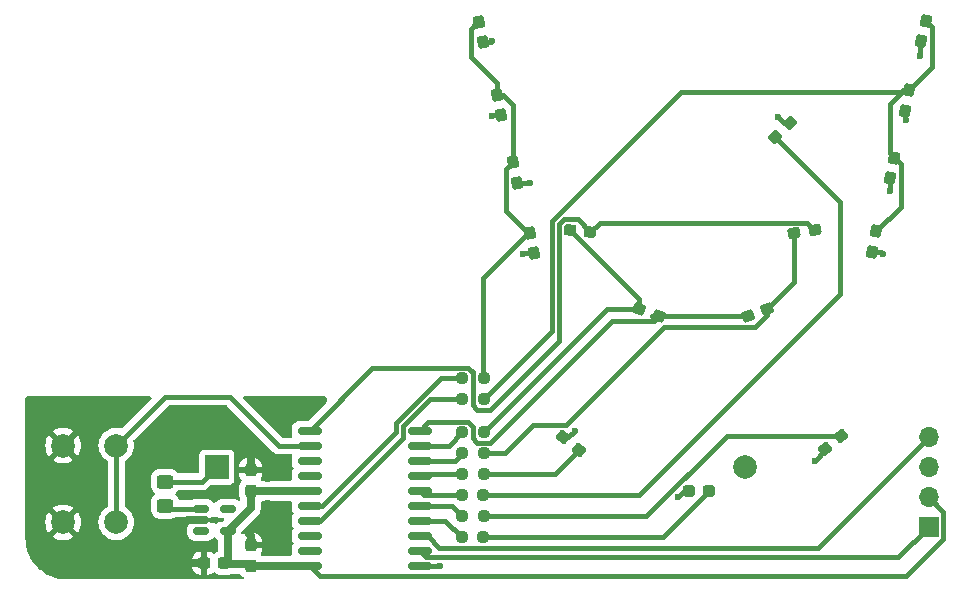
<source format=gbr>
%TF.GenerationSoftware,KiCad,Pcbnew,8.0.6*%
%TF.CreationDate,2024-12-16T19:53:59-05:00*%
%TF.ProjectId,nametag,6e616d65-7461-4672-9e6b-696361645f70,rev?*%
%TF.SameCoordinates,Original*%
%TF.FileFunction,Copper,L1,Top*%
%TF.FilePolarity,Positive*%
%FSLAX46Y46*%
G04 Gerber Fmt 4.6, Leading zero omitted, Abs format (unit mm)*
G04 Created by KiCad (PCBNEW 8.0.6) date 2024-12-16 19:53:59*
%MOMM*%
%LPD*%
G01*
G04 APERTURE LIST*
G04 Aperture macros list*
%AMRoundRect*
0 Rectangle with rounded corners*
0 $1 Rounding radius*
0 $2 $3 $4 $5 $6 $7 $8 $9 X,Y pos of 4 corners*
0 Add a 4 corners polygon primitive as box body*
4,1,4,$2,$3,$4,$5,$6,$7,$8,$9,$2,$3,0*
0 Add four circle primitives for the rounded corners*
1,1,$1+$1,$2,$3*
1,1,$1+$1,$4,$5*
1,1,$1+$1,$6,$7*
1,1,$1+$1,$8,$9*
0 Add four rect primitives between the rounded corners*
20,1,$1+$1,$2,$3,$4,$5,0*
20,1,$1+$1,$4,$5,$6,$7,0*
20,1,$1+$1,$6,$7,$8,$9,0*
20,1,$1+$1,$8,$9,$2,$3,0*%
G04 Aperture macros list end*
%TA.AperFunction,SMDPad,CuDef*%
%ADD10RoundRect,0.150000X0.875000X0.150000X-0.875000X0.150000X-0.875000X-0.150000X0.875000X-0.150000X0*%
%TD*%
%TA.AperFunction,SMDPad,CuDef*%
%ADD11RoundRect,0.237500X0.172535X-0.330596X0.292085X0.231838X-0.172535X0.330596X-0.292085X-0.231838X0*%
%TD*%
%TA.AperFunction,SMDPad,CuDef*%
%ADD12RoundRect,0.237500X-0.250000X-0.237500X0.250000X-0.237500X0.250000X0.237500X-0.250000X0.237500X0*%
%TD*%
%TA.AperFunction,SMDPad,CuDef*%
%ADD13RoundRect,0.237500X0.351391X0.124846X-0.188932X0.321508X-0.351391X-0.124846X0.188932X-0.321508X0*%
%TD*%
%TA.AperFunction,SMDPad,CuDef*%
%ADD14RoundRect,0.237500X0.292085X-0.231838X0.172535X0.330596X-0.292085X0.231838X-0.172535X-0.330596X0*%
%TD*%
%TA.AperFunction,SMDPad,CuDef*%
%ADD15RoundRect,0.150000X-0.512500X-0.150000X0.512500X-0.150000X0.512500X0.150000X-0.512500X0.150000X0*%
%TD*%
%TA.AperFunction,SMDPad,CuDef*%
%ADD16RoundRect,0.237500X0.237500X-0.300000X0.237500X0.300000X-0.237500X0.300000X-0.237500X-0.300000X0*%
%TD*%
%TA.AperFunction,SMDPad,CuDef*%
%ADD17RoundRect,0.237500X0.035355X0.371231X-0.371231X-0.035355X-0.035355X-0.371231X0.371231X0.035355X0*%
%TD*%
%TA.AperFunction,SMDPad,CuDef*%
%ADD18RoundRect,0.237500X-0.067576X-0.366737X0.372900X0.002866X0.067576X0.366737X-0.372900X-0.002866X0*%
%TD*%
%TA.AperFunction,SMDPad,CuDef*%
%ADD19RoundRect,0.237500X0.300000X0.237500X-0.300000X0.237500X-0.300000X-0.237500X0.300000X-0.237500X0*%
%TD*%
%TA.AperFunction,SMDPad,CuDef*%
%ADD20RoundRect,0.237500X-0.287500X-0.237500X0.287500X-0.237500X0.287500X0.237500X-0.287500X0.237500X0*%
%TD*%
%TA.AperFunction,ComponentPad*%
%ADD21C,2.000000*%
%TD*%
%TA.AperFunction,SMDPad,CuDef*%
%ADD22RoundRect,0.237500X0.307105X0.211539X-0.265706X0.261654X-0.307105X-0.211539X0.265706X-0.261654X0*%
%TD*%
%TA.AperFunction,SMDPad,CuDef*%
%ADD23RoundRect,0.250000X-0.450000X0.325000X-0.450000X-0.325000X0.450000X-0.325000X0.450000X0.325000X0*%
%TD*%
%TA.AperFunction,SMDPad,CuDef*%
%ADD24RoundRect,0.237500X-0.372900X0.002866X0.067576X-0.366737X0.372900X-0.002866X-0.067576X0.366737X0*%
%TD*%
%TA.AperFunction,SMDPad,CuDef*%
%ADD25RoundRect,0.237500X0.241891X0.283816X-0.324374X0.183968X-0.241891X-0.283816X0.324374X-0.183968X0*%
%TD*%
%TA.AperFunction,SMDPad,CuDef*%
%ADD26RoundRect,0.237500X-0.188932X-0.321508X0.351391X-0.124846X0.188932X0.321508X-0.351391X0.124846X0*%
%TD*%
%TA.AperFunction,ComponentPad*%
%ADD27R,1.700000X1.700000*%
%TD*%
%TA.AperFunction,ComponentPad*%
%ADD28O,1.700000X1.700000*%
%TD*%
%TA.AperFunction,ComponentPad*%
%ADD29R,2.000000X2.000000*%
%TD*%
%TA.AperFunction,ViaPad*%
%ADD30C,0.600000*%
%TD*%
%TA.AperFunction,Conductor*%
%ADD31C,0.400000*%
%TD*%
%TA.AperFunction,Conductor*%
%ADD32C,0.700000*%
%TD*%
G04 APERTURE END LIST*
D10*
%TO.P,U2,1,GND*%
%TO.N,GND*%
X73865000Y-93345000D03*
%TO.P,U2,2,PF6(\u002ARESET)*%
%TO.N,/Mcu/UPDI_RSTN*%
X73865000Y-92075000D03*
%TO.P,U2,3,PF7(UPDI)*%
%TO.N,/Mcu/UPDI_PROG*%
X73865000Y-90805000D03*
%TO.P,U2,4,PA0(XTAL1)*%
%TO.N,/Mcu/pwm0*%
X73865000Y-89535000D03*
%TO.P,U2,5,PA1(XTAL2)*%
%TO.N,/Mcu/pwm1*%
X73865000Y-88265000D03*
%TO.P,U2,6,PA2*%
%TO.N,/Mcu/pwm2*%
X73865000Y-86995000D03*
%TO.P,U2,7,PA3*%
%TO.N,/Mcu/pwm3*%
X73865000Y-85725000D03*
%TO.P,U2,8,PA4*%
%TO.N,/Mcu/pwm4*%
X73865000Y-84455000D03*
%TO.P,U2,9,PA5*%
%TO.N,/Mcu/pwm5*%
X73865000Y-83185000D03*
%TO.P,U2,10,PA6*%
%TO.N,/Mcu/cathode0*%
X73865000Y-81915000D03*
%TO.P,U2,11,PA7*%
%TO.N,/Mcu/cathode1*%
X64565000Y-81915000D03*
%TO.P,U2,12,PC1*%
%TO.N,/Mcu/switch*%
X64565000Y-83185000D03*
%TO.P,U2,13,PC2*%
%TO.N,unconnected-(U2-PC2-Pad13)*%
X64565000Y-84455000D03*
%TO.P,U2,14,PC3*%
%TO.N,unconnected-(U2-PC3-Pad14)*%
X64565000Y-85725000D03*
%TO.P,U2,15,VDDIO2*%
%TO.N,+3.3V*%
X64565000Y-86995000D03*
%TO.P,U2,16,PD4*%
%TO.N,/Mcu/pwm6*%
X64565000Y-88265000D03*
%TO.P,U2,17,PD5*%
%TO.N,/Mcu/pwm7*%
X64565000Y-89535000D03*
%TO.P,U2,18,PD6*%
%TO.N,unconnected-(U2-PD6-Pad18)*%
X64565000Y-90805000D03*
%TO.P,U2,19,PD7*%
%TO.N,unconnected-(U2-PD7-Pad19)*%
X64565000Y-92075000D03*
%TO.P,U2,20,VDD*%
%TO.N,+3.3V*%
X64565000Y-93345000D03*
%TD*%
D11*
%TO.P,D8,1,K*%
%TO.N,GND*%
X112158154Y-66735758D03*
%TO.P,D8,2,A*%
%TO.N,Net-(D5-A)*%
X112522000Y-65024000D03*
%TD*%
D12*
%TO.P,R5,1*%
%TO.N,/Mcu/pwm3*%
X77470000Y-85598000D03*
%TO.P,R5,2*%
%TO.N,Net-(D14-A)*%
X79295000Y-85598000D03*
%TD*%
D13*
%TO.P,D16,1,K*%
%TO.N,/Mcu/cathode0*%
X94100462Y-72226536D03*
%TO.P,D16,2,A*%
%TO.N,Net-(D12-A)*%
X92456000Y-71628000D03*
%TD*%
D14*
%TO.P,D1,1,K*%
%TO.N,GND*%
X79256246Y-49022000D03*
%TO.P,D1,2,A*%
%TO.N,Net-(D1-A)*%
X78892400Y-47310242D03*
%TD*%
D15*
%TO.P,U3,1,SW*%
%TO.N,Net-(U3-SW)*%
X55352100Y-88508800D03*
%TO.P,U3,2,GND*%
%TO.N,GND*%
X55352100Y-89458800D03*
%TO.P,U3,3,NC*%
%TO.N,unconnected-(U3-NC-Pad3)*%
X55352100Y-90408800D03*
%TO.P,U3,4,VOUT*%
%TO.N,+3.3V*%
X57627100Y-90408800D03*
%TO.P,U3,5,NC*%
%TO.N,unconnected-(U3-NC-Pad5)*%
X57627100Y-88508800D03*
%TD*%
D16*
%TO.P,C2,1*%
%TO.N,+3.3V*%
X59570000Y-93345000D03*
%TO.P,C2,2*%
%TO.N,GND*%
X59570000Y-91620000D03*
%TD*%
D17*
%TO.P,D9,1,K*%
%TO.N,GND*%
X105215918Y-55820082D03*
%TO.P,D9,2,A*%
%TO.N,Net-(D9-A)*%
X103978482Y-57057518D03*
%TD*%
D11*
%TO.P,D7,1,K*%
%TO.N,GND*%
X113682154Y-60512758D03*
%TO.P,D7,2,A*%
%TO.N,Net-(D5-A)*%
X114046000Y-58801000D03*
%TD*%
D18*
%TO.P,D13,1,K*%
%TO.N,GND*%
X108204000Y-83439000D03*
%TO.P,D13,2,A*%
%TO.N,Net-(D13-A)*%
X109544578Y-82314122D03*
%TD*%
D19*
%TO.P,C1,1*%
%TO.N,+3.3V*%
X57352100Y-93116400D03*
%TO.P,C1,2*%
%TO.N,GND*%
X55627100Y-93116400D03*
%TD*%
D20*
%TO.P,D10,1,K*%
%TO.N,GND*%
X96661000Y-86995000D03*
%TO.P,D10,2,A*%
%TO.N,Net-(D10-A)*%
X98411000Y-86995000D03*
%TD*%
D11*
%TO.P,D6,1,K*%
%TO.N,GND*%
X114952154Y-54797758D03*
%TO.P,D6,2,A*%
%TO.N,Net-(D5-A)*%
X115316000Y-53086000D03*
%TD*%
%TO.P,D5,1,K*%
%TO.N,GND*%
X116353277Y-48912679D03*
%TO.P,D5,2,A*%
%TO.N,Net-(D5-A)*%
X116717123Y-47200921D03*
%TD*%
D12*
%TO.P,R8,1*%
%TO.N,/Mcu/pwm1*%
X77470000Y-89154000D03*
%TO.P,R8,2*%
%TO.N,Net-(D13-A)*%
X79295000Y-89154000D03*
%TD*%
D21*
%TO.P,SW1,1,A*%
%TO.N,/Mcu/switch*%
X48188000Y-83162000D03*
X48188000Y-89662000D03*
%TO.P,SW1,2,B*%
%TO.N,GND*%
X43688000Y-83162000D03*
X43688000Y-89662000D03*
%TD*%
D22*
%TO.P,D12,1,K*%
%TO.N,/Mcu/cathode1*%
X88341550Y-65045338D03*
%TO.P,D12,2,A*%
%TO.N,Net-(D12-A)*%
X86598208Y-64892816D03*
%TD*%
D14*
%TO.P,D3,1,K*%
%TO.N,GND*%
X82151846Y-60893758D03*
%TO.P,D3,2,A*%
%TO.N,Net-(D1-A)*%
X81788000Y-59182000D03*
%TD*%
%TO.P,D4,1,K*%
%TO.N,GND*%
X83566000Y-66852800D03*
%TO.P,D4,2,A*%
%TO.N,Net-(D1-A)*%
X83202154Y-65141042D03*
%TD*%
%TO.P,D2,1,K*%
%TO.N,GND*%
X80772000Y-55178758D03*
%TO.P,D2,2,A*%
%TO.N,Net-(D1-A)*%
X80408154Y-53467000D03*
%TD*%
D23*
%TO.P,L1,1,1*%
%TO.N,Net-(BT1-+)*%
X52324000Y-86215000D03*
%TO.P,L1,2,2*%
%TO.N,Net-(U3-SW)*%
X52324000Y-88265000D03*
%TD*%
D12*
%TO.P,R6,1*%
%TO.N,/Mcu/pwm5*%
X77470000Y-82042000D03*
%TO.P,R6,2*%
%TO.N,Net-(D12-A)*%
X79295000Y-82042000D03*
%TD*%
D24*
%TO.P,D14,1,K*%
%TO.N,GND*%
X86035422Y-82441122D03*
%TO.P,D14,2,A*%
%TO.N,Net-(D14-A)*%
X87376000Y-83566000D03*
%TD*%
D12*
%TO.P,R7,1*%
%TO.N,/Mcu/pwm2*%
X77423000Y-87376000D03*
%TO.P,R7,2*%
%TO.N,Net-(D9-A)*%
X79248000Y-87376000D03*
%TD*%
D25*
%TO.P,D11,1,K*%
%TO.N,/Mcu/cathode1*%
X107315000Y-64897000D03*
%TO.P,D11,2,A*%
%TO.N,Net-(D11-A)*%
X105591586Y-65200884D03*
%TD*%
D26*
%TO.P,D15,1,K*%
%TO.N,/Mcu/cathode0*%
X101680769Y-72181267D03*
%TO.P,D15,2,A*%
%TO.N,Net-(D11-A)*%
X103325231Y-71582733D03*
%TD*%
D12*
%TO.P,R1,1*%
%TO.N,/Mcu/pwm6*%
X77470000Y-77470000D03*
%TO.P,R1,2*%
%TO.N,Net-(D1-A)*%
X79295000Y-77470000D03*
%TD*%
%TO.P,R2,1*%
%TO.N,/Mcu/pwm7*%
X77470000Y-79248000D03*
%TO.P,R2,2*%
%TO.N,Net-(D5-A)*%
X79295000Y-79248000D03*
%TD*%
%TO.P,R4,1*%
%TO.N,/Mcu/pwm0*%
X77423000Y-90932000D03*
%TO.P,R4,2*%
%TO.N,Net-(D10-A)*%
X79248000Y-90932000D03*
%TD*%
%TO.P,R3,1*%
%TO.N,/Mcu/pwm4*%
X77470000Y-83820000D03*
%TO.P,R3,2*%
%TO.N,Net-(D11-A)*%
X79295000Y-83820000D03*
%TD*%
D16*
%TO.P,C3,1*%
%TO.N,+3.3V*%
X59570000Y-86995000D03*
%TO.P,C3,2*%
%TO.N,GND*%
X59570000Y-85270000D03*
%TD*%
D27*
%TO.P,J1,1,Pin_1*%
%TO.N,/Mcu/UPDI_RSTN*%
X116967000Y-90043000D03*
D28*
%TO.P,J1,2,Pin_2*%
%TO.N,+3.3V*%
X116967000Y-87503000D03*
%TO.P,J1,3,Pin_3*%
%TO.N,GND*%
X116967000Y-84963000D03*
%TO.P,J1,4,Pin_4*%
%TO.N,/Mcu/UPDI_PROG*%
X116967000Y-82423000D03*
%TD*%
D29*
%TO.P,BT1,1,+*%
%TO.N,Net-(BT1-+)*%
X56700000Y-85000000D03*
D21*
%TO.P,BT1,2,-*%
%TO.N,GND*%
X101400000Y-85000000D03*
%TD*%
D30*
%TO.N,GND*%
X115062000Y-55626000D03*
X116205000Y-50165000D03*
X61000000Y-80000000D03*
X61000000Y-92000000D03*
X61000000Y-86000000D03*
X61000000Y-88000000D03*
X51000000Y-83000000D03*
X86995000Y-81915000D03*
X95769260Y-87514260D03*
X63000000Y-80000000D03*
X75565000Y-93345000D03*
X80010000Y-55245000D03*
X107315000Y-84455000D03*
X52000000Y-92000000D03*
X80010000Y-48895000D03*
X82651600Y-66954400D03*
X54203600Y-89509600D03*
X83185000Y-60960000D03*
X50000000Y-86000000D03*
X54610000Y-93000000D03*
X57000000Y-81000000D03*
X104241600Y-55321200D03*
X53000000Y-81000000D03*
X61000000Y-84000000D03*
X50000000Y-90000000D03*
X113665000Y-61595000D03*
X113131600Y-66903600D03*
%TD*%
D31*
%TO.N,Net-(BT1-+)*%
X55485000Y-86215000D02*
X56700000Y-85000000D01*
X52324000Y-86215000D02*
X55485000Y-86215000D01*
%TO.N,GND*%
X113682154Y-60512758D02*
X113682154Y-61577846D01*
D32*
X55627100Y-93116400D02*
X54660800Y-93116400D01*
D31*
X112158154Y-66735758D02*
X112963758Y-66735758D01*
X80772000Y-55178758D02*
X80076242Y-55178758D01*
X114952154Y-54797758D02*
X114952154Y-55516154D01*
D32*
X59570000Y-84194000D02*
X59690000Y-84074000D01*
D31*
X114952154Y-55516154D02*
X115062000Y-55626000D01*
X96288520Y-86995000D02*
X95769260Y-87514260D01*
X113682154Y-61577846D02*
X113665000Y-61595000D01*
X105215918Y-55820082D02*
X104740482Y-55820082D01*
D32*
X59570000Y-91620000D02*
X59570000Y-90812000D01*
D31*
X79121000Y-49022000D02*
X79883000Y-49022000D01*
X108204000Y-83566000D02*
X107315000Y-84455000D01*
X82151846Y-60893758D02*
X83118758Y-60893758D01*
X96661000Y-86995000D02*
X96288520Y-86995000D01*
X86468878Y-82441122D02*
X86995000Y-81915000D01*
D32*
X54254400Y-89458800D02*
X54203600Y-89509600D01*
D31*
X80076242Y-55178758D02*
X80010000Y-55245000D01*
X86035422Y-82441122D02*
X86468878Y-82441122D01*
D32*
X59570000Y-90812000D02*
X59436000Y-90678000D01*
D31*
X82753200Y-66852800D02*
X82651600Y-66954400D01*
X79883000Y-49022000D02*
X80010000Y-48895000D01*
D32*
X55352100Y-89458800D02*
X54254400Y-89458800D01*
D31*
X112963758Y-66735758D02*
X113131600Y-66903600D01*
X83118758Y-60893758D02*
X83185000Y-60960000D01*
X104740482Y-55820082D02*
X104241600Y-55321200D01*
X108204000Y-83439000D02*
X108204000Y-83566000D01*
X83566000Y-66852800D02*
X82753200Y-66852800D01*
X73865000Y-93345000D02*
X75565000Y-93345000D01*
D32*
X59570000Y-85270000D02*
X59570000Y-84194000D01*
D31*
X116205000Y-48895000D02*
X116205000Y-50165000D01*
D32*
%TO.N,+3.3V*%
X57627100Y-92817900D02*
X57227000Y-93218000D01*
D31*
X118217000Y-88753000D02*
X118217000Y-91079000D01*
X115062000Y-94234000D02*
X65454000Y-94234000D01*
D32*
X57627100Y-90408800D02*
X59570000Y-88465900D01*
D31*
X118217000Y-91079000D02*
X115062000Y-94234000D01*
D32*
X57627100Y-90408800D02*
X57627100Y-92817900D01*
X59570000Y-88465900D02*
X59570000Y-86995000D01*
X59570000Y-86995000D02*
X64565000Y-86995000D01*
X57227000Y-93218000D02*
X59443000Y-93218000D01*
X59443000Y-93218000D02*
X59570000Y-93345000D01*
D31*
X65454000Y-94234000D02*
X64565000Y-93345000D01*
X116967000Y-87503000D02*
X118217000Y-88753000D01*
D32*
X59570000Y-93345000D02*
X64565000Y-93345000D01*
D31*
%TO.N,Net-(D1-A)*%
X80893766Y-53467000D02*
X80408154Y-53467000D01*
X81788000Y-59182000D02*
X81788000Y-54361234D01*
X79215642Y-68993358D02*
X79215642Y-77390642D01*
X79215642Y-77390642D02*
X79295000Y-77470000D01*
X80408154Y-53467000D02*
X80408154Y-52468154D01*
X80408154Y-52468154D02*
X78190817Y-50250817D01*
X81221663Y-63314663D02*
X83058000Y-65151000D01*
X81221663Y-59748337D02*
X81221663Y-63314663D01*
X79215642Y-68993358D02*
X83058000Y-65151000D01*
X81788000Y-54361234D02*
X80893766Y-53467000D01*
X78190817Y-50250817D02*
X78190817Y-47876579D01*
X78190817Y-47876579D02*
X78757154Y-47310242D01*
X81788000Y-59182000D02*
X81221663Y-59748337D01*
%TO.N,/Mcu/pwm6*%
X65589999Y-88265000D02*
X71840000Y-82014999D01*
X75654498Y-77470000D02*
X77470000Y-77470000D01*
X64565000Y-88265000D02*
X65589999Y-88265000D01*
X71840000Y-81284498D02*
X75654498Y-77470000D01*
X71840000Y-82014999D02*
X71840000Y-81284498D01*
%TO.N,/Mcu/pwm7*%
X72440000Y-81533026D02*
X72440000Y-82500000D01*
X65405000Y-89535000D02*
X64565000Y-89535000D01*
X74725026Y-79248000D02*
X72440000Y-81533026D01*
X77470000Y-79248000D02*
X74725026Y-79248000D01*
X72440000Y-82500000D02*
X65405000Y-89535000D01*
%TO.N,/Mcu/pwm0*%
X77423000Y-90932000D02*
X76026000Y-89535000D01*
X76026000Y-89535000D02*
X73865000Y-89535000D01*
%TO.N,Net-(D10-A)*%
X98411000Y-86995000D02*
X94474000Y-90932000D01*
X94474000Y-90932000D02*
X79248000Y-90932000D01*
%TO.N,/Mcu/pwm1*%
X77470000Y-89154000D02*
X76581000Y-88265000D01*
X76581000Y-88265000D02*
X73865000Y-88265000D01*
%TO.N,/Mcu/pwm2*%
X77423000Y-87376000D02*
X74246000Y-87376000D01*
X74246000Y-87376000D02*
X73865000Y-86995000D01*
%TO.N,/Mcu/pwm3*%
X77470000Y-85598000D02*
X73992000Y-85598000D01*
X73992000Y-85598000D02*
X73865000Y-85725000D01*
%TO.N,/Mcu/pwm4*%
X77470000Y-83820000D02*
X76835000Y-84455000D01*
X76835000Y-84455000D02*
X73865000Y-84455000D01*
%TO.N,Net-(D13-A)*%
X93068858Y-89154000D02*
X99908736Y-82314122D01*
X79295000Y-89154000D02*
X93068858Y-89154000D01*
X99908736Y-82314122D02*
X109544578Y-82314122D01*
%TO.N,/Mcu/pwm5*%
X77470000Y-82042000D02*
X76327000Y-83185000D01*
X76327000Y-83185000D02*
X73865000Y-83185000D01*
%TO.N,/Mcu/UPDI_RSTN*%
X114415000Y-92595000D02*
X74385000Y-92595000D01*
X74385000Y-92595000D02*
X73865000Y-92075000D01*
X116967000Y-90043000D02*
X114415000Y-92595000D01*
%TO.N,/Mcu/UPDI_PROG*%
X74549000Y-90805000D02*
X73865000Y-90805000D01*
X116967000Y-82423000D02*
X107583000Y-91807000D01*
X75551000Y-91807000D02*
X74549000Y-90805000D01*
X107583000Y-91807000D02*
X75551000Y-91807000D01*
%TO.N,/Mcu/cathode0*%
X94100462Y-72226536D02*
X93735568Y-72591430D01*
X78774358Y-82917000D02*
X78407500Y-82550142D01*
X78407500Y-82550142D02*
X78407500Y-81583858D01*
X101635500Y-72226536D02*
X101680769Y-72181267D01*
X74613000Y-81167000D02*
X73865000Y-81915000D01*
X93735568Y-72591430D02*
X90141212Y-72591430D01*
X90141212Y-72591430D02*
X79815642Y-82917000D01*
X78407500Y-81583858D02*
X77990642Y-81167000D01*
X79815642Y-82917000D02*
X78774358Y-82917000D01*
X94100462Y-72226536D02*
X101635500Y-72226536D01*
X77990642Y-81167000D02*
X74613000Y-81167000D01*
X93541769Y-72226536D02*
X94100462Y-72226536D01*
%TO.N,/Mcu/cathode1*%
X78167821Y-76772179D02*
X78357500Y-76961858D01*
X78357500Y-79756000D02*
X78724500Y-80123000D01*
X86064298Y-63992527D02*
X87288739Y-63992527D01*
X69885000Y-76595000D02*
X77990642Y-76595000D01*
X89107774Y-64279114D02*
X106697114Y-64279114D01*
X106697114Y-64279114D02*
X107315000Y-64897000D01*
X64565000Y-81915000D02*
X69885000Y-76595000D01*
X77990642Y-76595000D02*
X78167821Y-76772179D01*
X85652468Y-64404357D02*
X86064298Y-63992527D01*
X87288739Y-63992527D02*
X88341550Y-65045338D01*
X88341550Y-65045338D02*
X89107774Y-64279114D01*
X85652468Y-74286174D02*
X85652468Y-64404357D01*
X78724500Y-80123000D02*
X79815642Y-80123000D01*
X78357500Y-76961858D02*
X78357500Y-79756000D01*
X79815642Y-80123000D02*
X85652468Y-74286174D01*
%TO.N,/Mcu/switch*%
X64565000Y-83185000D02*
X61945001Y-83185000D01*
X48188000Y-83162000D02*
X48188000Y-89662000D01*
X52305200Y-79044800D02*
X48188000Y-83162000D01*
X48211000Y-83185000D02*
X48188000Y-83162000D01*
X57804801Y-79044800D02*
X52305200Y-79044800D01*
X61945001Y-83185000D02*
X57804801Y-79044800D01*
%TO.N,Net-(D5-A)*%
X114612337Y-62933663D02*
X112522000Y-65024000D01*
X115316000Y-53086000D02*
X117283460Y-51118540D01*
X114830388Y-53086000D02*
X114692194Y-53224194D01*
X114046000Y-58801000D02*
X114612337Y-59367337D01*
X85052468Y-73490532D02*
X85052468Y-64155829D01*
X117283460Y-51118540D02*
X117283460Y-47767258D01*
X114612337Y-59367337D02*
X114612337Y-62933663D01*
X85052468Y-64155829D02*
X95984103Y-53224194D01*
X113665000Y-54251388D02*
X113665000Y-58420000D01*
X115316000Y-53086000D02*
X114830388Y-53086000D01*
X95984103Y-53224194D02*
X114692194Y-53224194D01*
X114692194Y-53224194D02*
X113665000Y-54251388D01*
X117283460Y-47767258D02*
X116717123Y-47200921D01*
X79295000Y-79248000D02*
X85052468Y-73490532D01*
X113665000Y-58420000D02*
X114046000Y-58801000D01*
%TO.N,Net-(D9-A)*%
X79248000Y-87376000D02*
X92456000Y-87376000D01*
X109474000Y-62553036D02*
X103978482Y-57057518D01*
X109474000Y-70358000D02*
X109474000Y-62553036D01*
X92456000Y-87376000D02*
X109474000Y-70358000D01*
%TO.N,Net-(D11-A)*%
X81112528Y-83820000D02*
X83499374Y-81433154D01*
X103325231Y-72088217D02*
X103325231Y-71582733D01*
X105591586Y-69316378D02*
X105591586Y-65200884D01*
X94581809Y-73152000D02*
X102261448Y-73152000D01*
X79295000Y-83820000D02*
X81112528Y-83820000D01*
X103325231Y-71582733D02*
X105591586Y-69316378D01*
X102261448Y-73152000D02*
X103325231Y-72088217D01*
X83499374Y-81433154D02*
X86300655Y-81433154D01*
X86300655Y-81433154D02*
X94581809Y-73152000D01*
%TO.N,Net-(D12-A)*%
X92456000Y-70750608D02*
X86598208Y-64892816D01*
X92456000Y-71628000D02*
X92456000Y-70750608D01*
X89709000Y-71628000D02*
X79295000Y-82042000D01*
X92456000Y-71628000D02*
X89709000Y-71628000D01*
%TO.N,Net-(D14-A)*%
X87376000Y-83566000D02*
X85344000Y-85598000D01*
X85344000Y-85598000D02*
X79295000Y-85598000D01*
%TO.N,Net-(U3-SW)*%
X52567800Y-88508800D02*
X52324000Y-88265000D01*
X55352100Y-88508800D02*
X52567800Y-88508800D01*
%TD*%
%TA.AperFunction,Conductor*%
%TO.N,GND*%
G36*
X51127020Y-79019685D02*
G01*
X51172775Y-79072489D01*
X51182719Y-79141647D01*
X51153694Y-79205203D01*
X51147662Y-79211681D01*
X48686269Y-81673072D01*
X48624946Y-81706557D01*
X48562774Y-81702935D01*
X48562584Y-81703687D01*
X48558672Y-81702696D01*
X48558340Y-81702677D01*
X48557619Y-81702429D01*
X48312335Y-81661500D01*
X48063665Y-81661500D01*
X47818383Y-81702429D01*
X47583197Y-81783169D01*
X47583188Y-81783172D01*
X47364493Y-81901524D01*
X47168257Y-82054261D01*
X46999833Y-82237217D01*
X46863826Y-82445393D01*
X46763936Y-82673118D01*
X46702892Y-82914175D01*
X46702890Y-82914187D01*
X46682357Y-83161994D01*
X46682357Y-83162005D01*
X46702890Y-83409812D01*
X46702892Y-83409824D01*
X46763936Y-83650881D01*
X46863826Y-83878606D01*
X46999833Y-84086782D01*
X46999836Y-84086785D01*
X47168256Y-84269738D01*
X47203348Y-84297051D01*
X47364488Y-84422472D01*
X47364493Y-84422475D01*
X47422517Y-84453876D01*
X47472108Y-84503095D01*
X47487500Y-84562931D01*
X47487500Y-88261069D01*
X47467815Y-88328108D01*
X47422518Y-88370123D01*
X47364497Y-88401522D01*
X47364492Y-88401525D01*
X47364491Y-88401526D01*
X47317128Y-88438390D01*
X47168257Y-88554261D01*
X46999833Y-88737217D01*
X46863826Y-88945393D01*
X46763936Y-89173118D01*
X46702892Y-89414175D01*
X46702890Y-89414187D01*
X46682357Y-89661994D01*
X46682357Y-89662005D01*
X46702890Y-89909812D01*
X46702892Y-89909824D01*
X46763936Y-90150881D01*
X46863826Y-90378606D01*
X46999833Y-90586782D01*
X47026073Y-90615286D01*
X47168256Y-90769738D01*
X47364491Y-90922474D01*
X47364493Y-90922475D01*
X47582332Y-91040364D01*
X47583190Y-91040828D01*
X47702753Y-91081874D01*
X47816964Y-91121083D01*
X47818386Y-91121571D01*
X48063665Y-91162500D01*
X48312335Y-91162500D01*
X48557614Y-91121571D01*
X48792810Y-91040828D01*
X49011509Y-90922474D01*
X49207744Y-90769738D01*
X49376164Y-90586785D01*
X49512173Y-90378607D01*
X49612063Y-90150881D01*
X49673108Y-89909821D01*
X49676304Y-89871254D01*
X49693643Y-89662005D01*
X49693643Y-89661994D01*
X49673109Y-89414187D01*
X49673107Y-89414175D01*
X49612063Y-89173118D01*
X49512173Y-88945393D01*
X49376166Y-88737217D01*
X49319257Y-88675398D01*
X49207744Y-88554262D01*
X49011509Y-88401526D01*
X48953481Y-88370122D01*
X48903891Y-88320904D01*
X48888500Y-88261069D01*
X48888500Y-84562931D01*
X48908185Y-84495892D01*
X48953483Y-84453876D01*
X49011509Y-84422474D01*
X49207744Y-84269738D01*
X49376164Y-84086785D01*
X49512173Y-83878607D01*
X49612063Y-83650881D01*
X49673108Y-83409821D01*
X49673116Y-83409729D01*
X49693643Y-83162005D01*
X49693643Y-83161994D01*
X49673109Y-82914187D01*
X49673108Y-82914184D01*
X49673108Y-82914179D01*
X49640568Y-82785683D01*
X49643193Y-82715863D01*
X49673091Y-82667564D01*
X52559038Y-79781619D01*
X52620361Y-79748134D01*
X52646719Y-79745300D01*
X57463282Y-79745300D01*
X57530321Y-79764985D01*
X57550963Y-79781619D01*
X61498454Y-83729111D01*
X61498455Y-83729112D01*
X61613193Y-83805777D01*
X61740668Y-83858578D01*
X61740673Y-83858580D01*
X61740677Y-83858580D01*
X61740678Y-83858581D01*
X61876004Y-83885500D01*
X61876007Y-83885500D01*
X61876008Y-83885500D01*
X62969327Y-83885500D01*
X63036366Y-83905185D01*
X63082121Y-83957989D01*
X63092065Y-84027147D01*
X63088403Y-84044095D01*
X63042402Y-84202426D01*
X63042401Y-84202432D01*
X63039500Y-84239298D01*
X63039500Y-84670701D01*
X63042401Y-84707567D01*
X63042402Y-84707573D01*
X63088254Y-84865393D01*
X63088255Y-84865396D01*
X63171917Y-85006862D01*
X63176702Y-85013031D01*
X63174256Y-85014927D01*
X63200857Y-85063642D01*
X63195873Y-85133334D01*
X63175069Y-85165703D01*
X63176702Y-85166969D01*
X63171917Y-85173137D01*
X63088255Y-85314603D01*
X63088254Y-85314606D01*
X63042402Y-85472426D01*
X63042401Y-85472432D01*
X63039500Y-85509298D01*
X63039500Y-85940701D01*
X63042401Y-85977567D01*
X63042402Y-85977573D01*
X63044824Y-85985908D01*
X63044623Y-86055778D01*
X63006679Y-86114447D01*
X62943040Y-86143288D01*
X62925747Y-86144500D01*
X60541828Y-86144500D01*
X60474789Y-86124815D01*
X60429034Y-86072011D01*
X60419090Y-86002853D01*
X60436289Y-85955403D01*
X60480451Y-85883805D01*
X60480453Y-85883800D01*
X60534680Y-85720152D01*
X60544999Y-85619154D01*
X60545000Y-85619141D01*
X60545000Y-85520000D01*
X58595001Y-85520000D01*
X58595001Y-85619154D01*
X58605319Y-85720152D01*
X58659546Y-85883800D01*
X58659551Y-85883811D01*
X58750052Y-86030534D01*
X58750055Y-86030538D01*
X58763982Y-86044465D01*
X58797467Y-86105788D01*
X58792483Y-86175480D01*
X58763984Y-86219825D01*
X58749661Y-86234148D01*
X58659093Y-86380981D01*
X58659092Y-86380984D01*
X58604826Y-86544747D01*
X58604826Y-86544748D01*
X58604825Y-86544748D01*
X58594500Y-86645815D01*
X58594500Y-87344169D01*
X58594501Y-87344187D01*
X58604825Y-87445252D01*
X58604826Y-87445255D01*
X58659091Y-87609014D01*
X58687925Y-87655761D01*
X58706365Y-87723154D01*
X58685442Y-87789817D01*
X58631800Y-87834587D01*
X58562470Y-87843248D01*
X58519265Y-87827590D01*
X58486647Y-87808300D01*
X58399998Y-87757056D01*
X58399997Y-87757055D01*
X58399996Y-87757055D01*
X58399993Y-87757054D01*
X58242173Y-87711202D01*
X58242167Y-87711201D01*
X58205301Y-87708300D01*
X58205294Y-87708300D01*
X57048906Y-87708300D01*
X57048898Y-87708300D01*
X57012032Y-87711201D01*
X57012026Y-87711202D01*
X56854206Y-87757054D01*
X56854203Y-87757055D01*
X56712737Y-87840717D01*
X56712729Y-87840723D01*
X56596523Y-87956929D01*
X56596514Y-87956940D01*
X56596329Y-87957255D01*
X56596119Y-87957450D01*
X56591739Y-87963098D01*
X56590827Y-87962391D01*
X56545257Y-88004936D01*
X56476515Y-88017437D01*
X56411927Y-87990788D01*
X56387743Y-87962878D01*
X56387461Y-87963098D01*
X56383423Y-87957892D01*
X56382871Y-87957255D01*
X56382685Y-87956940D01*
X56382676Y-87956929D01*
X56266470Y-87840723D01*
X56266462Y-87840717D01*
X56188281Y-87794481D01*
X56124998Y-87757056D01*
X56124997Y-87757055D01*
X56124996Y-87757055D01*
X56124993Y-87757054D01*
X55967173Y-87711202D01*
X55967167Y-87711201D01*
X55930301Y-87708300D01*
X55930294Y-87708300D01*
X54773906Y-87708300D01*
X54773898Y-87708300D01*
X54737032Y-87711201D01*
X54737026Y-87711202D01*
X54579206Y-87757054D01*
X54579203Y-87757055D01*
X54541555Y-87779320D01*
X54528225Y-87787204D01*
X54521752Y-87791032D01*
X54458631Y-87808300D01*
X53610531Y-87808300D01*
X53543492Y-87788615D01*
X53497737Y-87735811D01*
X53492825Y-87723304D01*
X53470443Y-87655761D01*
X53458814Y-87620666D01*
X53366712Y-87471344D01*
X53242656Y-87347288D01*
X53239819Y-87345538D01*
X53238283Y-87343830D01*
X53236989Y-87342807D01*
X53237163Y-87342585D01*
X53193096Y-87293594D01*
X53181872Y-87224632D01*
X53209713Y-87160549D01*
X53239817Y-87134462D01*
X53242656Y-87132712D01*
X53366712Y-87008656D01*
X53387839Y-86974402D01*
X53439787Y-86927679D01*
X53493378Y-86915500D01*
X55553996Y-86915500D01*
X55645040Y-86897389D01*
X55689328Y-86888580D01*
X55759942Y-86859331D01*
X55816807Y-86835777D01*
X55816808Y-86835776D01*
X55816811Y-86835775D01*
X55931543Y-86759114D01*
X56153839Y-86536816D01*
X56215160Y-86503333D01*
X56241519Y-86500499D01*
X57747871Y-86500499D01*
X57747872Y-86500499D01*
X57807483Y-86494091D01*
X57942331Y-86443796D01*
X58057546Y-86357546D01*
X58143796Y-86242331D01*
X58194091Y-86107483D01*
X58200500Y-86047873D01*
X58200499Y-84920845D01*
X58595000Y-84920845D01*
X58595000Y-85020000D01*
X59320000Y-85020000D01*
X59820000Y-85020000D01*
X60544999Y-85020000D01*
X60544999Y-84920860D01*
X60544998Y-84920845D01*
X60534680Y-84819847D01*
X60480453Y-84656199D01*
X60480448Y-84656188D01*
X60389947Y-84509465D01*
X60389944Y-84509461D01*
X60268038Y-84387555D01*
X60268034Y-84387552D01*
X60121311Y-84297051D01*
X60121300Y-84297046D01*
X59957652Y-84242819D01*
X59856654Y-84232500D01*
X59820000Y-84232500D01*
X59820000Y-85020000D01*
X59320000Y-85020000D01*
X59320000Y-84232500D01*
X59283361Y-84232500D01*
X59283343Y-84232501D01*
X59182347Y-84242819D01*
X59018699Y-84297046D01*
X59018688Y-84297051D01*
X58871965Y-84387552D01*
X58871961Y-84387555D01*
X58750055Y-84509461D01*
X58750052Y-84509465D01*
X58659551Y-84656188D01*
X58659546Y-84656199D01*
X58605319Y-84819847D01*
X58595000Y-84920845D01*
X58200499Y-84920845D01*
X58200499Y-83952128D01*
X58194091Y-83892517D01*
X58188814Y-83878369D01*
X58143797Y-83757671D01*
X58143793Y-83757664D01*
X58057547Y-83642455D01*
X58057544Y-83642452D01*
X57942335Y-83556206D01*
X57942328Y-83556202D01*
X57807482Y-83505908D01*
X57807483Y-83505908D01*
X57747883Y-83499501D01*
X57747881Y-83499500D01*
X57747873Y-83499500D01*
X57747864Y-83499500D01*
X55652129Y-83499500D01*
X55652123Y-83499501D01*
X55592516Y-83505908D01*
X55457671Y-83556202D01*
X55457664Y-83556206D01*
X55342455Y-83642452D01*
X55342452Y-83642455D01*
X55256206Y-83757664D01*
X55256202Y-83757671D01*
X55205908Y-83892517D01*
X55199501Y-83952116D01*
X55199501Y-83952123D01*
X55199500Y-83952135D01*
X55199500Y-85390500D01*
X55179815Y-85457539D01*
X55127011Y-85503294D01*
X55075500Y-85514500D01*
X53493378Y-85514500D01*
X53426339Y-85494815D01*
X53387839Y-85455597D01*
X53366712Y-85421344D01*
X53242656Y-85297288D01*
X53093334Y-85205186D01*
X52926797Y-85150001D01*
X52926795Y-85150000D01*
X52824010Y-85139500D01*
X51823998Y-85139500D01*
X51823980Y-85139501D01*
X51721203Y-85150000D01*
X51721200Y-85150001D01*
X51554668Y-85205185D01*
X51554663Y-85205187D01*
X51405342Y-85297289D01*
X51281289Y-85421342D01*
X51189187Y-85570663D01*
X51189185Y-85570668D01*
X51161349Y-85654670D01*
X51134001Y-85737203D01*
X51134001Y-85737204D01*
X51134000Y-85737204D01*
X51123500Y-85839983D01*
X51123500Y-86590001D01*
X51123501Y-86590019D01*
X51134000Y-86692796D01*
X51134001Y-86692799D01*
X51189185Y-86859331D01*
X51189187Y-86859336D01*
X51281289Y-87008657D01*
X51405346Y-87132714D01*
X51408182Y-87134463D01*
X51409717Y-87136170D01*
X51411011Y-87137193D01*
X51410836Y-87137414D01*
X51454905Y-87186411D01*
X51466126Y-87255374D01*
X51438282Y-87319456D01*
X51408182Y-87345537D01*
X51405346Y-87347285D01*
X51281289Y-87471342D01*
X51189187Y-87620663D01*
X51189185Y-87620668D01*
X51161349Y-87704670D01*
X51134001Y-87787203D01*
X51134001Y-87787204D01*
X51134000Y-87787204D01*
X51123500Y-87889983D01*
X51123500Y-88640001D01*
X51123501Y-88640019D01*
X51134000Y-88742796D01*
X51134001Y-88742799D01*
X51175739Y-88868754D01*
X51189186Y-88909334D01*
X51281288Y-89058656D01*
X51405344Y-89182712D01*
X51554666Y-89274814D01*
X51721203Y-89329999D01*
X51823991Y-89340500D01*
X52824008Y-89340499D01*
X52824016Y-89340498D01*
X52824019Y-89340498D01*
X52880302Y-89334748D01*
X52926797Y-89329999D01*
X53093334Y-89274814D01*
X53169620Y-89227761D01*
X53234716Y-89209300D01*
X54458631Y-89209300D01*
X54521751Y-89226567D01*
X54579202Y-89260544D01*
X54620824Y-89272636D01*
X54737026Y-89306397D01*
X54737029Y-89306397D01*
X54737031Y-89306398D01*
X54773906Y-89309300D01*
X54773914Y-89309300D01*
X55930286Y-89309300D01*
X55930294Y-89309300D01*
X55967169Y-89306398D01*
X55967171Y-89306397D01*
X55967173Y-89306397D01*
X56008791Y-89294305D01*
X56124998Y-89260544D01*
X56183294Y-89226068D01*
X56246415Y-89208800D01*
X56511894Y-89208800D01*
X56536157Y-89182552D01*
X56596118Y-89146685D01*
X56665952Y-89148929D01*
X56705612Y-89173330D01*
X56706569Y-89172098D01*
X56712732Y-89176878D01*
X56712735Y-89176881D01*
X56854202Y-89260544D01*
X56895824Y-89272636D01*
X57012026Y-89306397D01*
X57012029Y-89306397D01*
X57012031Y-89306398D01*
X57048906Y-89309300D01*
X57224449Y-89309300D01*
X57291488Y-89328985D01*
X57337243Y-89381789D01*
X57347187Y-89450947D01*
X57318162Y-89514503D01*
X57312130Y-89520981D01*
X57261130Y-89571981D01*
X57199807Y-89605466D01*
X57173449Y-89608300D01*
X57048898Y-89608300D01*
X57012032Y-89611201D01*
X57012026Y-89611202D01*
X56854206Y-89657054D01*
X56854203Y-89657055D01*
X56712737Y-89740717D01*
X56706569Y-89745502D01*
X56705264Y-89743819D01*
X56653554Y-89772046D01*
X56583863Y-89767051D01*
X56536158Y-89735047D01*
X56511896Y-89708800D01*
X56246415Y-89708800D01*
X56183294Y-89691532D01*
X56133366Y-89662005D01*
X56124998Y-89657056D01*
X56124997Y-89657055D01*
X56124996Y-89657055D01*
X56124993Y-89657054D01*
X55967173Y-89611202D01*
X55967167Y-89611201D01*
X55930301Y-89608300D01*
X55930294Y-89608300D01*
X54773906Y-89608300D01*
X54773898Y-89608300D01*
X54737032Y-89611201D01*
X54737026Y-89611202D01*
X54579206Y-89657054D01*
X54579203Y-89657055D01*
X54520906Y-89691532D01*
X54457785Y-89708800D01*
X54192305Y-89708800D01*
X54192304Y-89708801D01*
X54192499Y-89711288D01*
X54192500Y-89711294D01*
X54238316Y-89868993D01*
X54238320Y-89869003D01*
X54239027Y-89870198D01*
X54239295Y-89871254D01*
X54241416Y-89876156D01*
X54240624Y-89876498D01*
X54256203Y-89937923D01*
X54240593Y-89991084D01*
X54240955Y-89991241D01*
X54239687Y-89994169D01*
X54239027Y-89996420D01*
X54237859Y-89998394D01*
X54237854Y-89998407D01*
X54192002Y-90156226D01*
X54192001Y-90156232D01*
X54189100Y-90193098D01*
X54189100Y-90624501D01*
X54192001Y-90661367D01*
X54192002Y-90661373D01*
X54237854Y-90819193D01*
X54237855Y-90819196D01*
X54321332Y-90960350D01*
X54321518Y-90960664D01*
X54321523Y-90960670D01*
X54437729Y-91076876D01*
X54437733Y-91076879D01*
X54437735Y-91076881D01*
X54579202Y-91160544D01*
X54584214Y-91162000D01*
X54737026Y-91206397D01*
X54737029Y-91206397D01*
X54737031Y-91206398D01*
X54773906Y-91209300D01*
X54773914Y-91209300D01*
X55930286Y-91209300D01*
X55930294Y-91209300D01*
X55967169Y-91206398D01*
X55967171Y-91206397D01*
X55967173Y-91206397D01*
X56008791Y-91194305D01*
X56124998Y-91160544D01*
X56266465Y-91076881D01*
X56382681Y-90960665D01*
X56382867Y-90960349D01*
X56383077Y-90960153D01*
X56387461Y-90954502D01*
X56388372Y-90955209D01*
X56433936Y-90912666D01*
X56502677Y-90900162D01*
X56567267Y-90926806D01*
X56591455Y-90954721D01*
X56591739Y-90954502D01*
X56595779Y-90959711D01*
X56596332Y-90960348D01*
X56596519Y-90960665D01*
X56596521Y-90960667D01*
X56596523Y-90960670D01*
X56712729Y-91076876D01*
X56712731Y-91076877D01*
X56712735Y-91076881D01*
X56715715Y-91078643D01*
X56717574Y-91080634D01*
X56718898Y-91081661D01*
X56718732Y-91081874D01*
X56763400Y-91129705D01*
X56776600Y-91185378D01*
X56776600Y-92112527D01*
X56756915Y-92179566D01*
X56717698Y-92218065D01*
X56591250Y-92296059D01*
X56576925Y-92310384D01*
X56515601Y-92343868D01*
X56445909Y-92338882D01*
X56401565Y-92310382D01*
X56387638Y-92296455D01*
X56387634Y-92296452D01*
X56240911Y-92205951D01*
X56240900Y-92205946D01*
X56077252Y-92151719D01*
X55976254Y-92141400D01*
X55877100Y-92141400D01*
X55877100Y-94091399D01*
X55976240Y-94091399D01*
X55976254Y-94091398D01*
X56077252Y-94081080D01*
X56240900Y-94026853D01*
X56240911Y-94026848D01*
X56387635Y-93936347D01*
X56401560Y-93922421D01*
X56462882Y-93888933D01*
X56532573Y-93893914D01*
X56576927Y-93922417D01*
X56591250Y-93936740D01*
X56738084Y-94027308D01*
X56901847Y-94081574D01*
X57002923Y-94091900D01*
X57701276Y-94091899D01*
X57701284Y-94091898D01*
X57701287Y-94091898D01*
X57724765Y-94089499D01*
X57802353Y-94081574D01*
X57814562Y-94077528D01*
X57822814Y-94074794D01*
X57861817Y-94068500D01*
X58660948Y-94068500D01*
X58727987Y-94088185D01*
X58748629Y-94104819D01*
X58749660Y-94105850D01*
X58871650Y-94227840D01*
X58939941Y-94269962D01*
X58986664Y-94321909D01*
X58997887Y-94390872D01*
X58970043Y-94454954D01*
X58911975Y-94493810D01*
X58874843Y-94499500D01*
X44003051Y-94499500D01*
X43996968Y-94499351D01*
X43976900Y-94498365D01*
X43663071Y-94482947D01*
X43650962Y-94481754D01*
X43323305Y-94433151D01*
X43311369Y-94430777D01*
X42990055Y-94350292D01*
X42978411Y-94346759D01*
X42666540Y-94235170D01*
X42655301Y-94230515D01*
X42355844Y-94088883D01*
X42345121Y-94083150D01*
X42076959Y-93922421D01*
X42061011Y-93912862D01*
X42050893Y-93906102D01*
X41784829Y-93708775D01*
X41775423Y-93701055D01*
X41590554Y-93533500D01*
X41529986Y-93478604D01*
X41521395Y-93470013D01*
X41460707Y-93403054D01*
X54589601Y-93403054D01*
X54599919Y-93504052D01*
X54654146Y-93667700D01*
X54654151Y-93667711D01*
X54744652Y-93814434D01*
X54744655Y-93814438D01*
X54866561Y-93936344D01*
X54866565Y-93936347D01*
X55013288Y-94026848D01*
X55013299Y-94026853D01*
X55176947Y-94081080D01*
X55277951Y-94091399D01*
X55377100Y-94091398D01*
X55377100Y-93366400D01*
X54589601Y-93366400D01*
X54589601Y-93403054D01*
X41460707Y-93403054D01*
X41298944Y-93224576D01*
X41291224Y-93215170D01*
X41093897Y-92949106D01*
X41087137Y-92938988D01*
X41084508Y-92934602D01*
X41021659Y-92829745D01*
X54589600Y-92829745D01*
X54589600Y-92866400D01*
X55377100Y-92866400D01*
X55377100Y-92141399D01*
X55277960Y-92141400D01*
X55277944Y-92141401D01*
X55176947Y-92151719D01*
X55013299Y-92205946D01*
X55013288Y-92205951D01*
X54866565Y-92296452D01*
X54866561Y-92296455D01*
X54744655Y-92418361D01*
X54744652Y-92418365D01*
X54654151Y-92565088D01*
X54654146Y-92565099D01*
X54599919Y-92728747D01*
X54589600Y-92829745D01*
X41021659Y-92829745D01*
X40916844Y-92654871D01*
X40911120Y-92644163D01*
X40769479Y-92344688D01*
X40764829Y-92333459D01*
X40755362Y-92307001D01*
X40653240Y-92021588D01*
X40649707Y-92009944D01*
X40639490Y-91969154D01*
X40569219Y-91688617D01*
X40566848Y-91676694D01*
X40565054Y-91664603D01*
X40527828Y-91413642D01*
X40518245Y-91349037D01*
X40517052Y-91336927D01*
X40511081Y-91215393D01*
X40500649Y-91003032D01*
X40500500Y-90996948D01*
X40500500Y-89661994D01*
X42182859Y-89661994D01*
X42182859Y-89662005D01*
X42203385Y-89909729D01*
X42203387Y-89909738D01*
X42264412Y-90150717D01*
X42364266Y-90378364D01*
X42464564Y-90531882D01*
X43164212Y-89832234D01*
X43175482Y-89874292D01*
X43247890Y-89999708D01*
X43350292Y-90102110D01*
X43475708Y-90174518D01*
X43517765Y-90185787D01*
X42817942Y-90885609D01*
X42864768Y-90922055D01*
X42864770Y-90922056D01*
X43083385Y-91040364D01*
X43083396Y-91040369D01*
X43318506Y-91121083D01*
X43563707Y-91162000D01*
X43812293Y-91162000D01*
X44057493Y-91121083D01*
X44292603Y-91040369D01*
X44292614Y-91040364D01*
X44511228Y-90922057D01*
X44511231Y-90922055D01*
X44558056Y-90885609D01*
X43858234Y-90185787D01*
X43900292Y-90174518D01*
X44025708Y-90102110D01*
X44128110Y-89999708D01*
X44200518Y-89874292D01*
X44211787Y-89832235D01*
X44911434Y-90531882D01*
X45011731Y-90378369D01*
X45111587Y-90150717D01*
X45172612Y-89909738D01*
X45172614Y-89909729D01*
X45193141Y-89662005D01*
X45193141Y-89661994D01*
X45172614Y-89414270D01*
X45172612Y-89414261D01*
X45111587Y-89173282D01*
X45011731Y-88945630D01*
X44911434Y-88792116D01*
X44211787Y-89491764D01*
X44200518Y-89449708D01*
X44128110Y-89324292D01*
X44025708Y-89221890D01*
X43900292Y-89149482D01*
X43858235Y-89138212D01*
X44558057Y-88438390D01*
X44558056Y-88438389D01*
X44511229Y-88401943D01*
X44292614Y-88283635D01*
X44292603Y-88283630D01*
X44057493Y-88202916D01*
X43812293Y-88162000D01*
X43563707Y-88162000D01*
X43318506Y-88202916D01*
X43083396Y-88283630D01*
X43083390Y-88283632D01*
X42864761Y-88401949D01*
X42817942Y-88438388D01*
X42817942Y-88438390D01*
X43517765Y-89138212D01*
X43475708Y-89149482D01*
X43350292Y-89221890D01*
X43247890Y-89324292D01*
X43175482Y-89449708D01*
X43164212Y-89491764D01*
X42464564Y-88792116D01*
X42364267Y-88945632D01*
X42264412Y-89173282D01*
X42203387Y-89414261D01*
X42203385Y-89414270D01*
X42182859Y-89661994D01*
X40500500Y-89661994D01*
X40500500Y-83161994D01*
X42182859Y-83161994D01*
X42182859Y-83162005D01*
X42203385Y-83409729D01*
X42203387Y-83409738D01*
X42264412Y-83650717D01*
X42364266Y-83878364D01*
X42464564Y-84031882D01*
X43164212Y-83332234D01*
X43175482Y-83374292D01*
X43247890Y-83499708D01*
X43350292Y-83602110D01*
X43475708Y-83674518D01*
X43517765Y-83685787D01*
X42817942Y-84385609D01*
X42864768Y-84422055D01*
X42864770Y-84422056D01*
X43083385Y-84540364D01*
X43083396Y-84540369D01*
X43318506Y-84621083D01*
X43563707Y-84662000D01*
X43812293Y-84662000D01*
X44057493Y-84621083D01*
X44292603Y-84540369D01*
X44292614Y-84540364D01*
X44511228Y-84422057D01*
X44511231Y-84422055D01*
X44558056Y-84385609D01*
X43858234Y-83685787D01*
X43900292Y-83674518D01*
X44025708Y-83602110D01*
X44128110Y-83499708D01*
X44200518Y-83374292D01*
X44211787Y-83332235D01*
X44911434Y-84031882D01*
X45011731Y-83878369D01*
X45111587Y-83650717D01*
X45172612Y-83409738D01*
X45172614Y-83409729D01*
X45193141Y-83162005D01*
X45193141Y-83161994D01*
X45172614Y-82914270D01*
X45172612Y-82914261D01*
X45111587Y-82673282D01*
X45011731Y-82445630D01*
X44911434Y-82292116D01*
X44211787Y-82991764D01*
X44200518Y-82949708D01*
X44128110Y-82824292D01*
X44025708Y-82721890D01*
X43900292Y-82649482D01*
X43858235Y-82638212D01*
X44558057Y-81938390D01*
X44558056Y-81938389D01*
X44511229Y-81901943D01*
X44292614Y-81783635D01*
X44292603Y-81783630D01*
X44057493Y-81702916D01*
X43812293Y-81662000D01*
X43563707Y-81662000D01*
X43318506Y-81702916D01*
X43083396Y-81783630D01*
X43083390Y-81783632D01*
X42864761Y-81901949D01*
X42817942Y-81938388D01*
X42817942Y-81938390D01*
X43517765Y-82638212D01*
X43475708Y-82649482D01*
X43350292Y-82721890D01*
X43247890Y-82824292D01*
X43175482Y-82949708D01*
X43164212Y-82991764D01*
X42464564Y-82292116D01*
X42364267Y-82445632D01*
X42264412Y-82673282D01*
X42203387Y-82914261D01*
X42203385Y-82914270D01*
X42182859Y-83161994D01*
X40500500Y-83161994D01*
X40500500Y-79124000D01*
X40520185Y-79056961D01*
X40572989Y-79011206D01*
X40624500Y-79000000D01*
X51059981Y-79000000D01*
X51127020Y-79019685D01*
G37*
%TD.AperFunction*%
%TA.AperFunction,Conductor*%
G36*
X62992786Y-87865185D02*
G01*
X63038541Y-87917989D01*
X63048485Y-87987147D01*
X63044824Y-88004092D01*
X63042402Y-88012426D01*
X63042401Y-88012432D01*
X63039500Y-88049298D01*
X63039500Y-88480701D01*
X63042401Y-88517567D01*
X63042402Y-88517573D01*
X63088254Y-88675393D01*
X63088255Y-88675396D01*
X63171917Y-88816862D01*
X63176702Y-88823031D01*
X63174256Y-88824927D01*
X63200857Y-88873642D01*
X63195873Y-88943334D01*
X63175069Y-88975703D01*
X63176702Y-88976969D01*
X63171917Y-88983137D01*
X63088255Y-89124603D01*
X63088254Y-89124606D01*
X63042402Y-89282426D01*
X63042401Y-89282432D01*
X63039500Y-89319298D01*
X63039500Y-89750701D01*
X63042401Y-89787567D01*
X63042402Y-89787573D01*
X63088254Y-89945393D01*
X63088255Y-89945396D01*
X63171917Y-90086862D01*
X63176702Y-90093031D01*
X63174256Y-90094927D01*
X63200857Y-90143642D01*
X63195873Y-90213334D01*
X63175069Y-90245703D01*
X63176702Y-90246969D01*
X63171917Y-90253137D01*
X63088255Y-90394603D01*
X63088254Y-90394606D01*
X63042402Y-90552426D01*
X63042401Y-90552432D01*
X63039500Y-90589298D01*
X63039500Y-91020701D01*
X63042401Y-91057567D01*
X63042402Y-91057573D01*
X63088254Y-91215393D01*
X63088255Y-91215396D01*
X63171917Y-91356862D01*
X63176702Y-91363031D01*
X63174256Y-91364927D01*
X63200857Y-91413642D01*
X63195873Y-91483334D01*
X63175069Y-91515703D01*
X63176702Y-91516969D01*
X63171917Y-91523137D01*
X63088255Y-91664603D01*
X63088254Y-91664606D01*
X63042402Y-91822426D01*
X63042401Y-91822432D01*
X63039500Y-91859298D01*
X63039500Y-92290701D01*
X63042401Y-92327567D01*
X63042402Y-92327573D01*
X63044824Y-92335908D01*
X63044623Y-92405778D01*
X63006679Y-92464447D01*
X62943040Y-92493288D01*
X62925747Y-92494500D01*
X60541828Y-92494500D01*
X60474789Y-92474815D01*
X60429034Y-92422011D01*
X60419090Y-92352853D01*
X60436289Y-92305403D01*
X60480451Y-92233805D01*
X60480453Y-92233800D01*
X60534680Y-92070152D01*
X60544999Y-91969154D01*
X60545000Y-91969141D01*
X60545000Y-91870000D01*
X59444000Y-91870000D01*
X59376961Y-91850315D01*
X59331206Y-91797511D01*
X59320000Y-91746000D01*
X59320000Y-91370000D01*
X59820000Y-91370000D01*
X60544999Y-91370000D01*
X60544999Y-91270860D01*
X60544998Y-91270845D01*
X60534680Y-91169847D01*
X60480453Y-91006199D01*
X60480448Y-91006188D01*
X60389947Y-90859465D01*
X60389944Y-90859461D01*
X60268038Y-90737555D01*
X60268034Y-90737552D01*
X60121311Y-90647051D01*
X60121300Y-90647046D01*
X59957652Y-90592819D01*
X59856654Y-90582500D01*
X59820000Y-90582500D01*
X59820000Y-91370000D01*
X59320000Y-91370000D01*
X59320000Y-90582500D01*
X59283361Y-90582500D01*
X59283343Y-90582501D01*
X59182347Y-90592819D01*
X59018699Y-90647046D01*
X59018690Y-90647050D01*
X58979196Y-90671411D01*
X58911804Y-90689851D01*
X58845140Y-90668928D01*
X58800371Y-90615286D01*
X58790100Y-90565872D01*
X58790100Y-90499951D01*
X58809785Y-90432912D01*
X58826419Y-90412270D01*
X60230624Y-89008065D01*
X60230627Y-89008062D01*
X60323704Y-88868762D01*
X60375880Y-88742797D01*
X60380741Y-88731062D01*
X60380743Y-88731056D01*
X60387816Y-88713982D01*
X60420500Y-88549667D01*
X60420500Y-87969500D01*
X60440185Y-87902461D01*
X60492989Y-87856706D01*
X60544500Y-87845500D01*
X62925747Y-87845500D01*
X62992786Y-87865185D01*
G37*
%TD.AperFunction*%
%TA.AperFunction,Conductor*%
G36*
X65943039Y-79019685D02*
G01*
X65988794Y-79072489D01*
X66000000Y-79124000D01*
X66000000Y-79437981D01*
X65980315Y-79505020D01*
X65963681Y-79525662D01*
X64411162Y-81078181D01*
X64349839Y-81111666D01*
X64323481Y-81114500D01*
X63624298Y-81114500D01*
X63587432Y-81117401D01*
X63587426Y-81117402D01*
X63429606Y-81163254D01*
X63429603Y-81163255D01*
X63288137Y-81246917D01*
X63288129Y-81246923D01*
X63171923Y-81363129D01*
X63171917Y-81363137D01*
X63088255Y-81504603D01*
X63088254Y-81504606D01*
X63042404Y-81662423D01*
X63042401Y-81662432D01*
X63039500Y-81699298D01*
X63039500Y-82130701D01*
X63042401Y-82167567D01*
X63042402Y-82167573D01*
X63088403Y-82325905D01*
X63088204Y-82395774D01*
X63050262Y-82454444D01*
X62986624Y-82483288D01*
X62969327Y-82484500D01*
X62286520Y-82484500D01*
X62219481Y-82464815D01*
X62198839Y-82448181D01*
X58962339Y-79211681D01*
X58928854Y-79150358D01*
X58933838Y-79080666D01*
X58975710Y-79024733D01*
X59041174Y-79000316D01*
X59050020Y-79000000D01*
X65876000Y-79000000D01*
X65943039Y-79019685D01*
G37*
%TD.AperFunction*%
%TD*%
M02*

</source>
